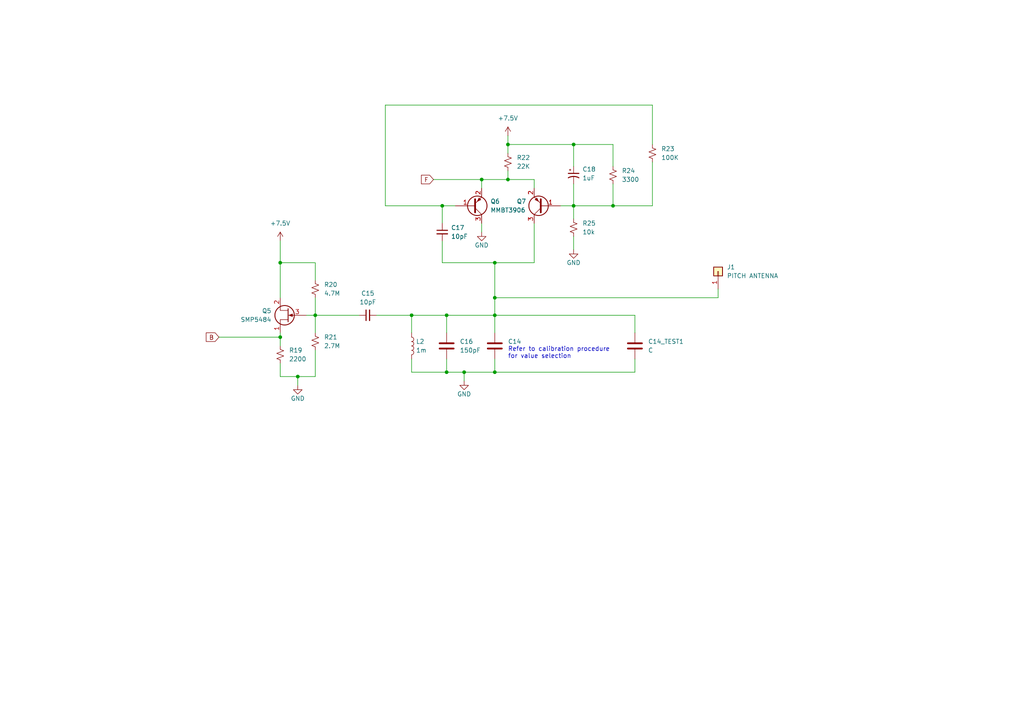
<source format=kicad_sch>
(kicad_sch (version 20221206) (generator eeschema)
  (paper "A4")
  (lib_symbols
    (symbol "Connector_Generic:Conn_01x01" (pin_names (offset 1.016) hide)
      (property "Reference" "J" (at 0 2.54 0))
      (property "Value" "Conn_01x01" (at 0 -2.54 0))
      (symbol "Conn_01x01_1_1"
        (rectangle (start -1.27 0.127) (end 0 -0.127) (stroke (width 0.1524)))
        (rectangle (start -1.27 1.27) (end 1.27 -1.27) (stroke (width 0.254)) (fill (type background)))
        (pin passive line (at -5.08 0 0) (length 3.81) (name "Pin_1") (number "1"))
      )
    )
    (symbol "Device:C" (pin_numbers hide) (pin_names (offset 0.254))
      (property "Reference" "C" (at 0.635 2.54 0))
      (property "Value" "C" (at 0.635 -2.54 0))
      (symbol "C_0_1"
        (polyline (pts (xy -2.032 -0.762) (xy 2.032 -0.762)) (stroke (width 0.508)))
        (polyline (pts (xy -2.032 0.762) (xy 2.032 0.762)) (stroke (width 0.508)))
      )
      (symbol "C_1_1"
        (pin passive line (at 0 3.81 270) (length 2.794) (name "~") (number "1"))
        (pin passive line (at 0 -3.81 90) (length 2.794) (name "~") (number "2"))
      )
    )
    (symbol "Device:C_Polarized_Small_US" (pin_numbers hide) (pin_names (offset 0.254) hide)
      (property "Reference" "C" (at 0.254 1.778 0))
      (property "Value" "C_Polarized_Small_US" (at 0.254 -2.032 0))
      (symbol "C_Polarized_Small_US_0_1"
        (polyline (pts (xy -1.524 0.508) (xy 1.524 0.508)) (stroke (width 0.3048)))
        (polyline (pts (xy -1.27 1.524) (xy -0.762 1.524)))
        (polyline (pts (xy -1.016 1.27) (xy -1.016 1.778)))
        (arc (start 1.524 -0.762) (mid 0 -0.3734) (end -1.524 -0.762) (stroke (width 0.3048)))
      )
      (symbol "C_Polarized_Small_US_1_1"
        (pin passive line (at 0 2.54 270) (length 2.032) (name "~") (number "1"))
        (pin passive line (at 0 -2.54 90) (length 2.032) (name "~") (number "2"))
      )
    )
    (symbol "Device:C_Small" (pin_numbers hide) (pin_names (offset 0.254) hide)
      (property "Reference" "C" (at 0.254 1.778 0))
      (property "Value" "C_Small" (at 0.254 -2.032 0))
      (symbol "C_Small_0_1"
        (polyline (pts (xy -1.524 -0.508) (xy 1.524 -0.508)) (stroke (width 0.3302)))
        (polyline (pts (xy -1.524 0.508) (xy 1.524 0.508)) (stroke (width 0.3048)))
      )
      (symbol "C_Small_1_1"
        (pin passive line (at 0 2.54 270) (length 2.032) (name "~") (number "1"))
        (pin passive line (at 0 -2.54 90) (length 2.032) (name "~") (number "2"))
      )
    )
    (symbol "Device:L" (pin_numbers hide) (pin_names (offset 1.016) hide)
      (property "Reference" "L" (at -1.27 0 90))
      (property "Value" "L" (at 1.905 0 90))
      (symbol "L_0_1"
        (arc (start 0 -2.54) (mid 0.6323 -1.905) (end 0 -1.27))
        (arc (start 0 -1.27) (mid 0.6323 -0.635) (end 0 0))
        (arc (start 0 0) (mid 0.6323 0.635) (end 0 1.27))
        (arc (start 0 1.27) (mid 0.6323 1.905) (end 0 2.54))
      )
      (symbol "L_1_1"
        (pin passive line (at 0 3.81 270) (length 1.27) (name "1") (number "1"))
        (pin passive line (at 0 -3.81 90) (length 1.27) (name "2") (number "2"))
      )
    )
    (symbol "Device:Q_NJFET_SDG" (pin_names (offset 0) hide)
      (property "Reference" "Q" (at 5.08 1.27 0))
      (property "Value" "Q_NJFET_SDG" (at 5.08 -1.27 0))
      (symbol "Q_NJFET_SDG_0_1"
        (polyline (pts (xy 0.254 1.905) (xy 0.254 -1.905) (xy 0.254 -1.905)) (stroke (width 0.254)))
        (polyline (pts (xy 2.54 -2.54) (xy 2.54 -1.27) (xy 0.254 -1.27)))
        (polyline (pts (xy 2.54 2.54) (xy 2.54 1.397) (xy 0.254 1.397)))
        (polyline (pts (xy 0 0) (xy -1.016 0.381) (xy -1.016 -0.381) (xy 0 0)) (fill (type outline)))
        (circle (center 1.27 0) (radius 2.8194) (stroke (width 0.254)))
      )
      (symbol "Q_NJFET_SDG_1_1"
        (pin passive line (at 2.54 -5.08 90) (length 2.54) (name "S") (number "1"))
        (pin passive line (at 2.54 5.08 270) (length 2.54) (name "D") (number "2"))
        (pin input line (at -5.08 0 0) (length 5.334) (name "G") (number "3"))
      )
    )
    (symbol "Device:R_Small_US" (pin_numbers hide) (pin_names (offset 0.254) hide)
      (property "Reference" "R" (at 0.762 0.508 0))
      (property "Value" "R_Small_US" (at 0.762 -1.016 0))
      (symbol "R_Small_US_1_1"
        (polyline (pts (xy 0 0) (xy 1.016 -0.381) (xy 0 -0.762) (xy -1.016 -1.143) (xy 0 -1.524)))
        (polyline (pts (xy 0 1.524) (xy 1.016 1.143) (xy 0 0.762) (xy -1.016 0.381) (xy 0 0)))
        (pin passive line (at 0 2.54 270) (length 1.016) (name "~") (number "1"))
        (pin passive line (at 0 -2.54 90) (length 1.016) (name "~") (number "2"))
      )
    )
    (symbol "Transistor_BJT:MMBT3906" (pin_names (offset 0) hide)
      (property "Reference" "Q" (at 5.08 1.905 0))
      (property "Value" "MMBT3906" (at 5.08 0 0))
      (symbol "MMBT3906_0_1"
        (polyline (pts (xy 0.635 0.635) (xy 2.54 2.54)))
        (polyline (pts (xy 0.635 -0.635) (xy 2.54 -2.54) (xy 2.54 -2.54)))
        (polyline (pts (xy 0.635 1.905) (xy 0.635 -1.905) (xy 0.635 -1.905)) (stroke (width 0.508)))
        (polyline (pts (xy 2.286 -1.778) (xy 1.778 -2.286) (xy 1.27 -1.27) (xy 2.286 -1.778) (xy 2.286 -1.778)) (fill (type outline)))
        (circle (center 1.27 0) (radius 2.8194) (stroke (width 0.254)))
      )
      (symbol "MMBT3906_1_1"
        (pin input line (at -5.08 0 0) (length 5.715) (name "B") (number "1"))
        (pin passive line (at 2.54 -5.08 90) (length 2.54) (name "E") (number "2"))
        (pin passive line (at 2.54 5.08 270) (length 2.54) (name "C") (number "3"))
      )
    )
    (symbol "power:+7.5V" (power) (pin_names (offset 0))
      (property "Value" "+7.5V" (at 0 3.556 0))
      (symbol "+7.5V_0_1"
        (polyline (pts (xy -0.762 1.27) (xy 0 2.54)))
        (polyline (pts (xy 0 0) (xy 0 2.54)))
        (polyline (pts (xy 0 2.54) (xy 0.762 1.27)))
      )
      (symbol "+7.5V_1_1"
        (pin power_in line (at 0 0 90) (length 0) hide (name "+7.5V") (number "1"))
      )
    )
    (symbol "power:GND" (power) (pin_names (offset 0))
      (property "Value" "GND" (at 0 -3.81 0))
      (symbol "GND_0_1"
        (polyline (pts (xy 0 0) (xy 0 -1.27) (xy 1.27 -1.27) (xy 0 -2.54) (xy -1.27 -1.27) (xy 0 -1.27)))
      )
      (symbol "GND_1_1"
        (pin power_in line (at 0 0 270) (length 0) hide (name "GND") (number "1"))
      )
    )
  )
  (junction (at 177.8 59.69))
  (junction (at 86.36 109.22))
  (junction (at 143.51 107.95))
  (junction (at 166.37 59.69))
  (junction (at 147.32 41.91))
  (junction (at 134.62 107.95))
  (junction (at 128.27 59.69))
  (junction (at 147.32 52.07))
  (junction (at 81.28 97.79))
  (junction (at 166.37 41.91))
  (junction (at 143.51 91.44))
  (junction (at 143.51 76.2))
  (junction (at 81.28 76.2))
  (junction (at 91.44 91.44))
  (junction (at 119.38 91.44))
  (junction (at 129.54 107.95))
  (junction (at 139.7 52.07))
  (junction (at 143.51 86.36))
  (junction (at 129.54 91.44))
  (wire (pts (xy 139.7 54.61) (xy 139.7 52.07)))
  (wire (pts (xy 91.44 86.36) (xy 91.44 91.44)))
  (wire (pts (xy 91.44 81.28) (xy 91.44 76.2)))
  (wire (pts (xy 189.23 30.48) (xy 111.76 30.48)))
  (wire (pts (xy 143.51 76.2) (xy 143.51 86.36)))
  (wire (pts (xy 128.27 59.69) (xy 132.08 59.69)))
  (wire (pts (xy 139.7 64.77) (xy 139.7 67.31)))
  (wire (pts (xy 147.32 41.91) (xy 147.32 44.45)))
  (wire (pts (xy 177.8 41.91) (xy 177.8 48.26)))
  (wire (pts (xy 184.15 96.52) (xy 184.15 91.44)))
  (wire (pts (xy 189.23 41.91) (xy 189.23 30.48)))
  (wire (pts (xy 119.38 91.44) (xy 129.54 91.44)))
  (wire (pts (xy 91.44 91.44) (xy 91.44 96.52)))
  (wire (pts (xy 81.28 105.41) (xy 81.28 109.22)))
  (wire (pts (xy 166.37 59.69) (xy 166.37 53.34)))
  (wire (pts (xy 162.56 59.69) (xy 166.37 59.69)))
  (wire (pts (xy 86.36 109.22) (xy 81.28 109.22)))
  (wire (pts (xy 166.37 41.91) (xy 147.32 41.91)))
  (wire (pts (xy 143.51 76.2) (xy 154.94 76.2)))
  (wire (pts (xy 81.28 69.85) (xy 81.28 76.2)))
  (wire (pts (xy 111.76 30.48) (xy 111.76 59.69)))
  (wire (pts (xy 129.54 107.95) (xy 119.38 107.95)))
  (wire (pts (xy 129.54 91.44) (xy 129.54 96.52)))
  (wire (pts (xy 177.8 53.34) (xy 177.8 59.69)))
  (wire (pts (xy 184.15 104.14) (xy 184.15 107.95)))
  (wire (pts (xy 134.62 107.95) (xy 134.62 110.49)))
  (wire (pts (xy 134.62 107.95) (xy 129.54 107.95)))
  (wire (pts (xy 128.27 69.85) (xy 128.27 76.2)))
  (wire (pts (xy 166.37 59.69) (xy 166.37 63.5)))
  (wire (pts (xy 109.22 91.44) (xy 119.38 91.44)))
  (wire (pts (xy 154.94 64.77) (xy 154.94 76.2)))
  (wire (pts (xy 166.37 41.91) (xy 166.37 48.26)))
  (wire (pts (xy 143.51 91.44) (xy 143.51 96.52)))
  (wire (pts (xy 91.44 109.22) (xy 86.36 109.22)))
  (wire (pts (xy 143.51 86.36) (xy 208.28 86.36)))
  (wire (pts (xy 147.32 52.07) (xy 154.94 52.07)))
  (wire (pts (xy 134.62 107.95) (xy 143.51 107.95)))
  (wire (pts (xy 129.54 91.44) (xy 143.51 91.44)))
  (wire (pts (xy 81.28 97.79) (xy 81.28 100.33)))
  (wire (pts (xy 143.51 76.2) (xy 128.27 76.2)))
  (wire (pts (xy 208.28 83.82) (xy 208.28 86.36)))
  (wire (pts (xy 88.9 91.44) (xy 91.44 91.44)))
  (wire (pts (xy 125.73 52.07) (xy 139.7 52.07)))
  (wire (pts (xy 189.23 59.69) (xy 189.23 46.99)))
  (wire (pts (xy 91.44 76.2) (xy 81.28 76.2)))
  (wire (pts (xy 119.38 107.95) (xy 119.38 104.14)))
  (wire (pts (xy 143.51 104.14) (xy 143.51 107.95)))
  (wire (pts (xy 129.54 104.14) (xy 129.54 107.95)))
  (wire (pts (xy 147.32 49.53) (xy 147.32 52.07)))
  (wire (pts (xy 143.51 86.36) (xy 143.51 91.44)))
  (wire (pts (xy 128.27 64.77) (xy 128.27 59.69)))
  (wire (pts (xy 154.94 52.07) (xy 154.94 54.61)))
  (wire (pts (xy 177.8 59.69) (xy 166.37 59.69)))
  (wire (pts (xy 166.37 41.91) (xy 177.8 41.91)))
  (wire (pts (xy 177.8 59.69) (xy 189.23 59.69)))
  (wire (pts (xy 119.38 96.52) (xy 119.38 91.44)))
  (wire (pts (xy 86.36 109.22) (xy 86.36 111.76)))
  (wire (pts (xy 184.15 91.44) (xy 143.51 91.44)))
  (wire (pts (xy 111.76 59.69) (xy 128.27 59.69)))
  (wire (pts (xy 143.51 107.95) (xy 184.15 107.95)))
  (wire (pts (xy 63.5 97.79) (xy 81.28 97.79)))
  (wire (pts (xy 91.44 91.44) (xy 104.14 91.44)))
  (wire (pts (xy 139.7 52.07) (xy 147.32 52.07)))
  (wire (pts (xy 81.28 76.2) (xy 81.28 86.36)))
  (wire (pts (xy 81.28 96.52) (xy 81.28 97.79)))
  (wire (pts (xy 91.44 101.6) (xy 91.44 109.22)))
  (wire (pts (xy 166.37 68.58) (xy 166.37 72.39)))
  (wire (pts (xy 147.32 39.37) (xy 147.32 41.91)))
  (text "Refer to calibration procedure\nfor value selection" (at 147.32 104.14 0) (effects (font (size 1.27 1.27)) (justify left bottom)))
  (global_label "B" (shape input) (at 63.5 97.79 180) (property "Intersheetrefs" "${INTERSHEET_REFS}" (effects hide)))
  (global_label "F" (shape input) (at 125.73 52.07 180) (property "Intersheetrefs" "${INTERSHEET_REFS}" (effects hide)))
  (symbol (lib_id "power:+7.5V") (at 147.32 39.37 0) (unit 1)
    (property "Reference" "#PWR0115" (effects hide))
    (property "Value" "+7.5V" (at 147.32 34.29 0))
  )
  (symbol (lib_id "Device:R_Small_US") (at 81.28 102.87 0) (unit 1)
    (property "Reference" "R19" (at 83.82 101.5999 0) (effects (justify left)))
    (property "Value" "2200" (at 83.82 104.1399 0) (effects (justify left)))
    (property "Footprint" "Resistor_SMD:R_0603_1608Metric" (effects hide))
    (property "Datasheet" "https://www.mouser.com/ProductDetail/603-RC0603FR-102K2L" (effects hide))
    (property "Sim.Enable" "0" (effects hide))
  )
  (symbol (lib_id "Device:L") (at 119.38 100.33 0) (unit 1)
    (property "Reference" "L2" (at 120.65 99.0599 0) (effects (justify left)))
    (property "Value" "1m" (at 120.65 101.5999 0) (effects (justify left)))
    (property "Footprint" "Theremin:L_1812_4532Metric" (effects hide))
    (property "Datasheet" "https://www.coilcraft.com/en-us/products/rf/ferrite-core-chip-inductors/1812-(4532)/1812fs/" (effects hide))
    (property "Sim.Enable" "0" (effects hide))
  )
  (symbol (lib_id "Device:R_Small_US") (at 189.23 44.45 0) (unit 1)
    (property "Reference" "R23" (at 191.77 43.1799 0) (effects (justify left)))
    (property "Value" "100K" (at 191.77 45.7199 0) (effects (justify left)))
    (property "Footprint" "Resistor_SMD:R_0603_1608Metric" (effects hide))
    (property "Datasheet" "https://www.mouser.com/ProductDetail/603-RC0603FR-07100KL" (effects hide))
    (property "Sim.Enable" "0" (effects hide))
  )
  (symbol (lib_id "Device:R_Small_US") (at 166.37 66.04 0) (unit 1)
    (property "Reference" "R25" (at 168.91 64.7699 0) (effects (justify left)))
    (property "Value" "10k" (at 168.91 67.3099 0) (effects (justify left)))
    (property "Footprint" "Resistor_SMD:R_0603_1608Metric" (effects hide))
    (property "Datasheet" "https://www.mouser.com/ProductDetail/603-RC0603FR-0710KL" (effects hide))
    (property "Sim.Enable" "0" (effects hide))
  )
  (symbol (lib_id "Transistor_BJT:MMBT3906") (at 157.48 59.69 180) (unit 1)
    (property "Reference" "Q7" (at 149.86 58.42 0) (effects (justify right)))
    (property "Value" "MMBT3906" (effects hide))
    (property "Footprint" "Package_TO_SOT_SMD:SOT-23" (effects hide))
    (property "Datasheet" "https://www.mouser.com/ProductDetail/726-MMBT3906LT1" (effects hide))
    (property "Sim.Enable" "0" (effects hide))
  )
  (symbol (lib_id "Device:R_Small_US") (at 91.44 99.06 0) (unit 1)
    (property "Reference" "R21" (at 93.98 97.7899 0) (effects (justify left)))
    (property "Value" "2.7M" (at 93.98 100.3299 0) (effects (justify left)))
    (property "Footprint" "Resistor_SMD:R_0603_1608Metric" (effects hide))
    (property "Datasheet" "https://www.mouser.com/ProductDetail/603-RC0603FR-072M7L" (effects hide))
    (property "Sim.Enable" "0" (effects hide))
  )
  (symbol (lib_id "Transistor_BJT:MMBT3906") (at 137.16 59.69 0) (mirror x) (unit 1)
    (property "Reference" "Q6" (at 142.24 58.4199 0) (effects (justify left)))
    (property "Value" "MMBT3906" (at 142.24 60.9599 0) (effects (justify left)))
    (property "Footprint" "Package_TO_SOT_SMD:SOT-23" (effects hide))
    (property "Datasheet" "https://www.mouser.com/ProductDetail/726-MMBT3906LT1" (effects hide))
    (property "Sim.Enable" "0" (effects hide))
  )
  (symbol (lib_id "Device:C") (at 129.54 100.33 0) (unit 1)
    (property "Reference" "C16" (at 133.35 99.0599 0) (effects (justify left)))
    (property "Value" "150pF" (at 133.35 101.5999 0) (effects (justify left)))
    (property "Footprint" "Capacitor_SMD:C_1210_3225Metric_Pad1.33x2.70mm_HandSolder" (effects hide))
    (property "Datasheet" "https://www.mouser.com/ProductDetail/598-MC12FA151J-F" (effects hide))
    (property "Sim.Enable" "0" (effects hide))
  )
  (symbol (lib_id "Device:R_Small_US") (at 177.8 50.8 0) (unit 1)
    (property "Reference" "R24" (at 180.34 49.5299 0) (effects (justify left)))
    (property "Value" "3300" (at 180.34 52.0699 0) (effects (justify left)))
    (property "Footprint" "Resistor_SMD:R_0603_1608Metric" (effects hide))
    (property "Datasheet" "https://www.mouser.com/ProductDetail/603-RC0603FR-103K3L" (effects hide))
    (property "Sim.Enable" "0" (effects hide))
  )
  (symbol (lib_id "power:+7.5V") (at 81.28 69.85 0) (unit 1)
    (property "Reference" "#PWR0111" (effects hide))
    (property "Value" "+7.5V" (at 81.28 64.77 0))
  )
  (symbol (lib_id "Device:C") (at 143.51 100.33 0) (unit 1)
    (property "Reference" "C14" (at 147.32 99.0599 0) (effects (justify left)))
    (property "Value" "C_Mica" (effects hide))
    (property "Footprint" "Capacitor_SMD:C_0805_2012Metric_Pad1.18x1.45mm_HandSolder" (effects hide))
    (property "Datasheet" "https://www.mouser.com/ProductDetail/Cornell-Dubilier-CDE/MC08CA050D-F" (effects hide))
    (property "DNP" "1" (effects hide))
    (property "Sim.Enable" "0" (effects hide))
  )
  (symbol (lib_id "power:GND") (at 166.37 72.39 0) (unit 1)
    (property "Reference" "#PWR0110" (effects hide))
    (property "Value" "GND" (at 166.37 76.2 0))
  )
  (symbol (lib_id "Device:C_Polarized_Small_US") (at 166.37 50.8 0) (unit 1)
    (property "Reference" "C18" (at 168.91 49.0981 0) (effects (justify left)))
    (property "Value" "1uF" (at 168.91 51.6381 0) (effects (justify left)))
    (property "Footprint" "Capacitor_Tantalum_SMD:CP_EIA-2012-12_Kemet-R_Pad1.30x1.05mm_HandSolder" (effects hide))
    (property "Datasheet" "https://www.mouser.com/ProductDetail/74-TMCP1E105KTRF" (effects hide))
    (property "Sim.Enable" "0" (effects hide))
  )
  (symbol (lib_id "Device:C") (at 184.15 100.33 0) (unit 1)
    (property "Reference" "C14_TEST1" (at 187.96 99.0599 0) (effects (justify left)))
    (property "Value" "C" (at 187.96 101.5999 0) (effects (justify left)))
    (property "Footprint" "Capacitor_THT:C_Disc_D3.0mm_W1.6mm_P2.50mm" (effects hide))
    (property "Datasheet" "https://www.mouser.com/ProductDetail/Cornell-Dubilier-CDE/MC12CD100D-TF" (effects hide))
    (property "DNP" "1" (effects hide))
    (property "Sim.Enable" "0" (effects hide))
  )
  (symbol (lib_id "power:GND") (at 139.7 67.31 0) (unit 1)
    (property "Reference" "#PWR0114" (effects hide))
    (property "Value" "GND" (at 139.7 71.12 0))
  )
  (symbol (lib_id "Connector_Generic:Conn_01x01") (at 208.28 78.74 90) (unit 1)
    (property "Reference" "J1" (at 210.82 77.4699 90) (effects (justify right)))
    (property "Value" "PITCH ANTENNA" (at 210.82 80.0099 90) (effects (justify right)))
    (property "Footprint" "MountingHole:MountingHole_4.3mm_M4_Pad_Via" (effects hide))
    (property "Sim.Enable" "0" (effects hide))
  )
  (symbol (lib_id "Device:C_Small") (at 106.68 91.44 90) (unit 1)
    (property "Reference" "C15" (at 106.6863 85.09 90))
    (property "Value" "10pF" (at 106.6863 87.63 90))
    (property "Footprint" "Capacitor_SMD:C_0603_1608Metric" (effects hide))
    (property "Datasheet" "https://www.mouser.com/ProductDetail/80-C0603C100K3RAUTO" (effects hide))
    (property "Sim.Enable" "0" (effects hide))
  )
  (symbol (lib_id "power:GND") (at 86.36 111.76 0) (unit 1)
    (property "Reference" "#PWR0112" (effects hide))
    (property "Value" "GND" (at 86.36 115.57 0))
  )
  (symbol (lib_id "Device:R_Small_US") (at 147.32 46.99 0) (unit 1)
    (property "Reference" "R22" (at 149.86 45.7199 0) (effects (justify left)))
    (property "Value" "22K" (at 149.86 48.2599 0) (effects (justify left)))
    (property "Footprint" "Resistor_SMD:R_0603_1608Metric" (effects hide))
    (property "Datasheet" "https://www.mouser.com/ProductDetail/603-RC0603FR-0722KL" (effects hide))
    (property "Sim.Enable" "0" (effects hide))
  )
  (symbol (lib_id "Device:Q_NJFET_SDG") (at 83.82 91.44 0) (mirror y) (unit 1)
    (property "Reference" "Q5" (at 78.74 90.1699 0) (effects (justify left)))
    (property "Value" "SMP5484" (at 78.74 92.7099 0) (effects (justify left)))
    (property "Footprint" "Package_TO_SOT_SMD:SOT-23" (effects hide))
    (property "Datasheet" "https://www.mouser.com/ProductDetail/106-SMP5484" (effects hide))
    (property "Sim.Enable" "0" (effects hide))
  )
  (symbol (lib_id "Device:C_Small") (at 128.27 67.31 0) (unit 1)
    (property "Reference" "C17" (at 130.81 66.0462 0) (effects (justify left)))
    (property "Value" "10pF" (at 130.81 68.5862 0) (effects (justify left)))
    (property "Footprint" "Capacitor_SMD:C_0603_1608Metric" (effects hide))
    (property "Datasheet" "https://www.mouser.com/ProductDetail/80-C0603C100K3RAUTO" (effects hide))
    (property "Sim.Enable" "0" (effects hide))
  )
  (symbol (lib_id "power:GND") (at 134.62 110.49 0) (unit 1)
    (property "Reference" "#PWR0113" (effects hide))
    (property "Value" "GND" (at 134.62 114.3 0))
  )
  (symbol (lib_id "Device:R_Small_US") (at 91.44 83.82 0) (unit 1)
    (property "Reference" "R20" (at 93.98 82.5499 0) (effects (justify left)))
    (property "Value" "4.7M" (at 93.98 85.0899 0) (effects (justify left)))
    (property "Footprint" "Resistor_SMD:R_0603_1608Metric" (effects hide))
    (property "Datasheet" "https://www.mouser.com/ProductDetail/603-AC0603FR-074M7L" (effects hide))
    (property "Sim.Enable" "0" (effects hide))
  )
)
</source>
